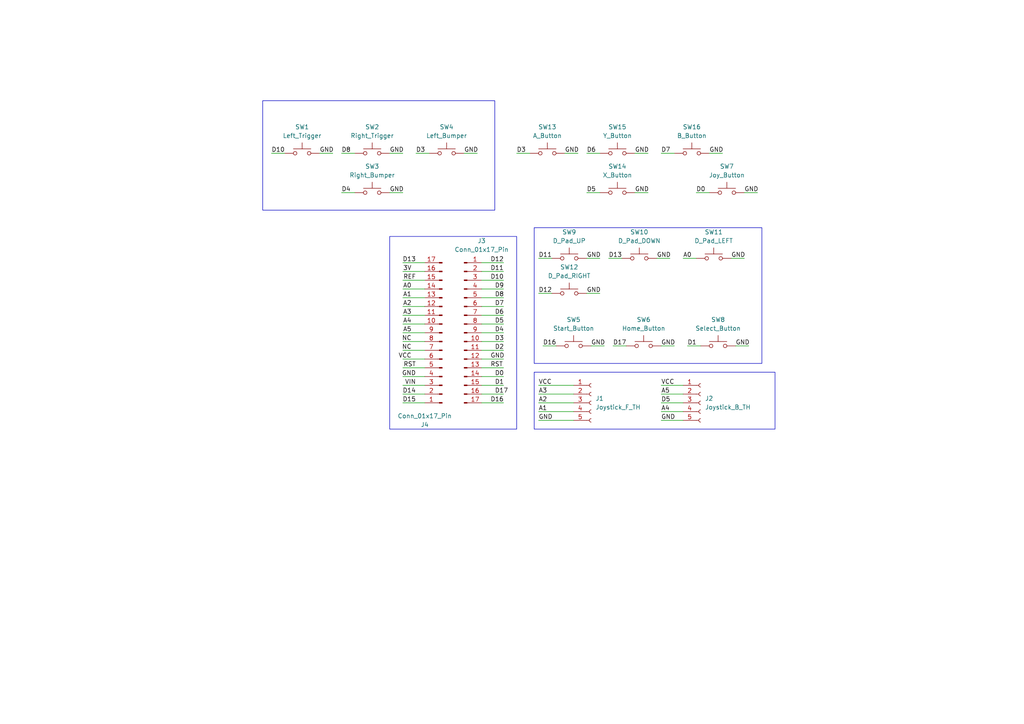
<source format=kicad_sch>
(kicad_sch (version 20231120) (generator "eeschema") (generator_version "8.0")
  (paper "A4")
  (lib_symbols
    (symbol "Connector:Conn_01x05_Socket" (pin_names (offset 1.016) hide)
      (property "Reference" "J" (at 0 7.62 0))
      (property "Value" "Conn_01x05_Socket" (at 0 -7.62 0))
      (symbol "Conn_01x05_Socket_1_1"
        (arc (start 0 -4.572) (mid -0.5058 -5.08) (end 0 -5.588) (stroke (width 0.1524)))
        (arc (start 0 -2.032) (mid -0.5058 -2.54) (end 0 -3.048) (stroke (width 0.1524)))
        (polyline (pts (xy -1.27 -5.08) (xy -0.508 -5.08)) (stroke (width 0.1524)))
        (polyline (pts (xy -1.27 -2.54) (xy -0.508 -2.54)) (stroke (width 0.1524)))
        (polyline (pts (xy -1.27 0) (xy -0.508 0)) (stroke (width 0.1524)))
        (polyline (pts (xy -1.27 2.54) (xy -0.508 2.54)) (stroke (width 0.1524)))
        (polyline (pts (xy -1.27 5.08) (xy -0.508 5.08)) (stroke (width 0.1524)))
        (arc (start 0 0.508) (mid -0.5058 0) (end 0 -0.508) (stroke (width 0.1524)))
        (arc (start 0 3.048) (mid -0.5058 2.54) (end 0 2.032) (stroke (width 0.1524)))
        (arc (start 0 5.588) (mid -0.5058 5.08) (end 0 4.572) (stroke (width 0.1524)))
        (pin passive line (at -5.08 5.08 0) (length 3.81) (name "Pin_1") (number "1"))
        (pin passive line (at -5.08 2.54 0) (length 3.81) (name "Pin_2") (number "2"))
        (pin passive line (at -5.08 0 0) (length 3.81) (name "Pin_3") (number "3"))
        (pin passive line (at -5.08 -2.54 0) (length 3.81) (name "Pin_4") (number "4"))
        (pin passive line (at -5.08 -5.08 0) (length 3.81) (name "Pin_5") (number "5"))
      )
    )
    (symbol "Connector:Conn_01x17_Pin" (pin_names (offset 1.016) hide)
      (property "Reference" "J" (at 0 22.86 0))
      (property "Value" "Conn_01x17_Pin" (at 0 -22.86 0))
      (symbol "Conn_01x17_Pin_1_1"
        (polyline (pts (xy 1.27 -20.32) (xy 0.8636 -20.32)) (stroke (width 0.1524)))
        (polyline (pts (xy 1.27 -17.78) (xy 0.8636 -17.78)) (stroke (width 0.1524)))
        (polyline (pts (xy 1.27 -15.24) (xy 0.8636 -15.24)) (stroke (width 0.1524)))
        (polyline (pts (xy 1.27 -12.7) (xy 0.8636 -12.7)) (stroke (width 0.1524)))
        (polyline (pts (xy 1.27 -10.16) (xy 0.8636 -10.16)) (stroke (width 0.1524)))
        (polyline (pts (xy 1.27 -7.62) (xy 0.8636 -7.62)) (stroke (width 0.1524)))
        (polyline (pts (xy 1.27 -5.08) (xy 0.8636 -5.08)) (stroke (width 0.1524)))
        (polyline (pts (xy 1.27 -2.54) (xy 0.8636 -2.54)) (stroke (width 0.1524)))
        (polyline (pts (xy 1.27 0) (xy 0.8636 0)) (stroke (width 0.1524)))
        (polyline (pts (xy 1.27 2.54) (xy 0.8636 2.54)) (stroke (width 0.1524)))
        (polyline (pts (xy 1.27 5.08) (xy 0.8636 5.08)) (stroke (width 0.1524)))
        (polyline (pts (xy 1.27 7.62) (xy 0.8636 7.62)) (stroke (width 0.1524)))
        (polyline (pts (xy 1.27 10.16) (xy 0.8636 10.16)) (stroke (width 0.1524)))
        (polyline (pts (xy 1.27 12.7) (xy 0.8636 12.7)) (stroke (width 0.1524)))
        (polyline (pts (xy 1.27 15.24) (xy 0.8636 15.24)) (stroke (width 0.1524)))
        (polyline (pts (xy 1.27 17.78) (xy 0.8636 17.78)) (stroke (width 0.1524)))
        (polyline (pts (xy 1.27 20.32) (xy 0.8636 20.32)) (stroke (width 0.1524)))
        (rectangle (start 0.8636 -20.193) (end 0 -20.447) (stroke (width 0.1524)) (fill (type outline)))
        (rectangle (start 0.8636 -17.653) (end 0 -17.907) (stroke (width 0.1524)) (fill (type outline)))
        (rectangle (start 0.8636 -15.113) (end 0 -15.367) (stroke (width 0.1524)) (fill (type outline)))
        (rectangle (start 0.8636 -12.573) (end 0 -12.827) (stroke (width 0.1524)) (fill (type outline)))
        (rectangle (start 0.8636 -10.033) (end 0 -10.287) (stroke (width 0.1524)) (fill (type outline)))
        (rectangle (start 0.8636 -7.493) (end 0 -7.747) (stroke (width 0.1524)) (fill (type outline)))
        (rectangle (start 0.8636 -4.953) (end 0 -5.207) (stroke (width 0.1524)) (fill (type outline)))
        (rectangle (start 0.8636 -2.413) (end 0 -2.667) (stroke (width 0.1524)) (fill (type outline)))
        (rectangle (start 0.8636 0.127) (end 0 -0.127) (stroke (width 0.1524)) (fill (type outline)))
        (rectangle (start 0.8636 2.667) (end 0 2.413) (stroke (width 0.1524)) (fill (type outline)))
        (rectangle (start 0.8636 5.207) (end 0 4.953) (stroke (width 0.1524)) (fill (type outline)))
        (rectangle (start 0.8636 7.747) (end 0 7.493) (stroke (width 0.1524)) (fill (type outline)))
        (rectangle (start 0.8636 10.287) (end 0 10.033) (stroke (width 0.1524)) (fill (type outline)))
        (rectangle (start 0.8636 12.827) (end 0 12.573) (stroke (width 0.1524)) (fill (type outline)))
        (rectangle (start 0.8636 15.367) (end 0 15.113) (stroke (width 0.1524)) (fill (type outline)))
        (rectangle (start 0.8636 17.907) (end 0 17.653) (stroke (width 0.1524)) (fill (type outline)))
        (rectangle (start 0.8636 20.447) (end 0 20.193) (stroke (width 0.1524)) (fill (type outline)))
        (pin passive line (at 5.08 20.32 180) (length 3.81) (name "Pin_1") (number "1"))
        (pin passive line (at 5.08 -2.54 180) (length 3.81) (name "Pin_10") (number "10"))
        (pin passive line (at 5.08 -5.08 180) (length 3.81) (name "Pin_11") (number "11"))
        (pin passive line (at 5.08 -7.62 180) (length 3.81) (name "Pin_12") (number "12"))
        (pin passive line (at 5.08 -10.16 180) (length 3.81) (name "Pin_13") (number "13"))
        (pin passive line (at 5.08 -12.7 180) (length 3.81) (name "Pin_14") (number "14"))
        (pin passive line (at 5.08 -15.24 180) (length 3.81) (name "Pin_15") (number "15"))
        (pin passive line (at 5.08 -17.78 180) (length 3.81) (name "Pin_16") (number "16"))
        (pin passive line (at 5.08 -20.32 180) (length 3.81) (name "Pin_17") (number "17"))
        (pin passive line (at 5.08 17.78 180) (length 3.81) (name "Pin_2") (number "2"))
        (pin passive line (at 5.08 15.24 180) (length 3.81) (name "Pin_3") (number "3"))
        (pin passive line (at 5.08 12.7 180) (length 3.81) (name "Pin_4") (number "4"))
        (pin passive line (at 5.08 10.16 180) (length 3.81) (name "Pin_5") (number "5"))
        (pin passive line (at 5.08 7.62 180) (length 3.81) (name "Pin_6") (number "6"))
        (pin passive line (at 5.08 5.08 180) (length 3.81) (name "Pin_7") (number "7"))
        (pin passive line (at 5.08 2.54 180) (length 3.81) (name "Pin_8") (number "8"))
        (pin passive line (at 5.08 0 180) (length 3.81) (name "Pin_9") (number "9"))
      )
    )
    (symbol "Switch:SW_Push" (pin_numbers hide) (pin_names (offset 1.016) hide)
      (property "Reference" "SW" (at 1.27 2.54 0))
      (property "Value" "SW_Push" (at 0 -1.524 0))
      (symbol "SW_Push_0_1"
        (circle (center -2.032 0) (radius 0.508))
        (polyline (pts (xy 0 1.27) (xy 0 3.048)))
        (polyline (pts (xy 2.54 1.27) (xy -2.54 1.27)))
        (circle (center 2.032 0) (radius 0.508))
        (pin passive line (at -5.08 0 0) (length 2.54) (name "1") (number "1"))
        (pin passive line (at 5.08 0 180) (length 2.54) (name "2") (number "2"))
      )
    )
  )
  (wire (pts (xy 139.7 106.68) (xy 146.05 106.68)))
  (wire (pts (xy 139.7 88.9) (xy 146.05 88.9)))
  (wire (pts (xy 191.77 100.33) (xy 195.58 100.33)))
  (wire (pts (xy 201.93 55.88) (xy 205.74 55.88)))
  (wire (pts (xy 184.15 55.88) (xy 187.96 55.88)))
  (wire (pts (xy 139.7 116.84) (xy 146.05 116.84)))
  (wire (pts (xy 190.5 74.93) (xy 194.31 74.93)))
  (wire (pts (xy 166.37 114.3) (xy 156.21 114.3)))
  (wire (pts (xy 116.84 78.74) (xy 123.19 78.74)))
  (wire (pts (xy 99.06 55.88) (xy 102.87 55.88)))
  (wire (pts (xy 139.7 101.6) (xy 146.05 101.6)))
  (wire (pts (xy 116.84 86.36) (xy 123.19 86.36)))
  (wire (pts (xy 139.7 81.28) (xy 146.05 81.28)))
  (wire (pts (xy 171.45 100.33) (xy 175.26 100.33)))
  (wire (pts (xy 191.77 116.84) (xy 198.12 116.84)))
  (wire (pts (xy 113.03 44.45) (xy 116.84 44.45)))
  (wire (pts (xy 191.77 111.76) (xy 198.12 111.76)))
  (wire (pts (xy 116.84 106.68) (xy 123.19 106.68)))
  (wire (pts (xy 139.7 99.06) (xy 146.05 99.06)))
  (wire (pts (xy 191.77 119.38) (xy 198.12 119.38)))
  (wire (pts (xy 116.84 111.76) (xy 123.19 111.76)))
  (wire (pts (xy 123.19 104.14) (xy 116.84 104.14)))
  (wire (pts (xy 176.53 74.93) (xy 180.34 74.93)))
  (wire (pts (xy 191.77 44.45) (xy 195.58 44.45)))
  (wire (pts (xy 123.19 93.98) (xy 116.84 93.98)))
  (wire (pts (xy 184.15 44.45) (xy 187.96 44.45)))
  (wire (pts (xy 170.18 85.09) (xy 173.99 85.09)))
  (wire (pts (xy 123.19 99.06) (xy 116.84 99.06)))
  (wire (pts (xy 213.36 100.33) (xy 217.17 100.33)))
  (wire (pts (xy 156.21 85.09) (xy 160.02 85.09)))
  (wire (pts (xy 78.74 44.45) (xy 82.55 44.45)))
  (wire (pts (xy 123.19 116.84) (xy 116.84 116.84)))
  (wire (pts (xy 163.83 44.45) (xy 167.64 44.45)))
  (wire (pts (xy 123.19 96.52) (xy 116.84 96.52)))
  (wire (pts (xy 191.77 114.3) (xy 198.12 114.3)))
  (wire (pts (xy 123.19 114.3) (xy 116.84 114.3)))
  (wire (pts (xy 139.7 91.44) (xy 146.05 91.44)))
  (wire (pts (xy 170.18 55.88) (xy 173.99 55.88)))
  (wire (pts (xy 170.18 74.93) (xy 173.99 74.93)))
  (wire (pts (xy 212.09 74.93) (xy 215.9 74.93)))
  (wire (pts (xy 149.86 44.45) (xy 153.67 44.45)))
  (wire (pts (xy 116.84 109.22) (xy 123.19 109.22)))
  (wire (pts (xy 123.19 101.6) (xy 116.84 101.6)))
  (wire (pts (xy 123.19 83.82) (xy 116.84 83.82)))
  (wire (pts (xy 139.7 83.82) (xy 146.05 83.82)))
  (wire (pts (xy 99.06 44.45) (xy 102.87 44.45)))
  (wire (pts (xy 134.62 44.45) (xy 138.43 44.45)))
  (wire (pts (xy 177.8 100.33) (xy 181.61 100.33)))
  (wire (pts (xy 139.7 76.2) (xy 146.05 76.2)))
  (wire (pts (xy 92.71 44.45) (xy 96.52 44.45)))
  (wire (pts (xy 116.84 81.28) (xy 123.19 81.28)))
  (wire (pts (xy 198.12 74.93) (xy 201.93 74.93)))
  (wire (pts (xy 166.37 116.84) (xy 156.21 116.84)))
  (wire (pts (xy 157.48 100.33) (xy 161.29 100.33)))
  (wire (pts (xy 166.37 121.92) (xy 156.21 121.92)))
  (wire (pts (xy 116.84 88.9) (xy 123.19 88.9)))
  (wire (pts (xy 139.7 93.98) (xy 146.05 93.98)))
  (wire (pts (xy 139.7 114.3) (xy 146.05 114.3)))
  (wire (pts (xy 170.18 44.45) (xy 173.99 44.45)))
  (wire (pts (xy 120.65 44.45) (xy 124.46 44.45)))
  (wire (pts (xy 139.7 96.52) (xy 146.05 96.52)))
  (wire (pts (xy 199.39 100.33) (xy 203.2 100.33)))
  (wire (pts (xy 166.37 111.76) (xy 156.21 111.76)))
  (wire (pts (xy 191.77 121.92) (xy 198.12 121.92)))
  (wire (pts (xy 205.74 44.45) (xy 209.55 44.45)))
  (wire (pts (xy 139.7 104.14) (xy 146.05 104.14)))
  (wire (pts (xy 156.21 74.93) (xy 160.02 74.93)))
  (wire (pts (xy 123.19 76.2) (xy 116.84 76.2)))
  (wire (pts (xy 139.7 109.22) (xy 146.05 109.22)))
  (wire (pts (xy 139.7 78.74) (xy 146.05 78.74)))
  (wire (pts (xy 166.37 119.38) (xy 156.21 119.38)))
  (wire (pts (xy 215.9 55.88) (xy 219.71 55.88)))
  (wire (pts (xy 139.7 111.76) (xy 146.05 111.76)))
  (wire (pts (xy 123.19 91.44) (xy 116.84 91.44)))
  (wire (pts (xy 139.7 86.36) (xy 146.05 86.36)))
  (wire (pts (xy 113.03 55.88) (xy 116.84 55.88)))
  (rectangle (start 113.03 68.58) (end 149.86 124.46))
  (rectangle (start 154.94 107.95) (end 224.79 124.46))
  (rectangle (start 76.2 29.21) (end 143.51 60.96))
  (rectangle (start 154.94 66.04) (end 220.98 105.41))
  (label "D1" (at 199.39 100.33 0))
  (label "VCC" (at 119.38 104.14 180))
  (label "D3" (at 149.86 44.45 0))
  (label "GND" (at 215.9 55.88 0))
  (label "D1" (at 143.51 111.76 0))
  (label "D10" (at 142.24 81.28 0))
  (label "GND" (at 184.15 55.88 0))
  (label "D5" (at 191.77 116.84 0))
  (label "GND" (at 163.83 44.45 0))
  (label "A0" (at 198.12 74.93 0))
  (label "VCC" (at 191.77 111.76 0))
  (label "GND" (at 170.18 85.09 0))
  (label "VCC" (at 156.21 111.76 0))
  (label "GND" (at 171.45 100.33 0))
  (label "GND" (at 156.21 121.92 0))
  (label "RST" (at 142.24 106.68 0))
  (label "D6" (at 143.51 91.44 0))
  (label "A4" (at 191.77 119.38 0))
  (label "D0" (at 143.51 109.22 0))
  (label "A5" (at 191.77 114.3 0))
  (label "NC" (at 119.38 101.6 180))
  (label "GND" (at 113.03 55.88 0))
  (label "GND" (at 212.09 74.93 0))
  (label "3V" (at 119.38 78.74 180))
  (label "D11" (at 156.21 74.93 0))
  (label "D14" (at 120.65 114.3 180))
  (label "GND" (at 142.24 104.14 0))
  (label "A0" (at 119.38 83.82 180))
  (label "GND" (at 213.36 100.33 0))
  (label "A1" (at 119.38 86.36 180))
  (label "A5" (at 119.38 96.52 180))
  (label "D2" (at 143.51 101.6 0))
  (label "GND" (at 184.15 44.45 0))
  (label "D3" (at 120.65 44.45 0))
  (label "D5" (at 170.18 55.88 0))
  (label "D3" (at 143.51 99.06 0))
  (label "GND" (at 134.62 44.45 0))
  (label "VIN" (at 120.65 111.76 180))
  (label "D7" (at 143.51 88.9 0))
  (label "GND" (at 205.74 44.45 0))
  (label "D13" (at 120.65 76.2 180))
  (label "GND" (at 190.5 74.93 0))
  (label "REF" (at 120.65 81.28 180))
  (label "GND" (at 120.65 109.22 180))
  (label "A4" (at 119.38 93.98 180))
  (label "D5" (at 143.51 93.98 0))
  (label "GND" (at 191.77 100.33 0))
  (label "A3" (at 119.38 91.44 180))
  (label "RST" (at 120.65 106.68 180))
  (label "D8" (at 143.51 86.36 0))
  (label "D12" (at 156.21 85.09 0))
  (label "D9" (at 143.51 83.82 0))
  (label "D10" (at 78.74 44.45 0))
  (label "D0" (at 201.93 55.88 0))
  (label "D16" (at 142.24 116.84 0))
  (label "D16" (at 157.48 100.33 0))
  (label "D12" (at 142.24 76.2 0))
  (label "A2" (at 156.21 116.84 0))
  (label "D7" (at 191.77 44.45 0))
  (label "A1" (at 156.21 119.38 0))
  (label "D15" (at 120.65 116.84 180))
  (label "A2" (at 119.38 88.9 180))
  (label "GND" (at 191.77 121.92 0))
  (label "GND" (at 170.18 74.93 0))
  (label "D4" (at 99.06 55.88 0))
  (label "GND" (at 113.03 44.45 0))
  (label "D13" (at 176.53 74.93 0))
  (label "D17" (at 143.51 114.3 0))
  (label "D17" (at 177.8 100.33 0))
  (label "D6" (at 170.18 44.45 0))
  (label "D4" (at 143.51 96.52 0))
  (label "D11" (at 142.24 78.74 0))
  (label "NC" (at 119.38 99.06 180))
  (label "A3" (at 156.21 114.3 0))
  (label "GND" (at 92.71 44.45 0))
  (label "D8" (at 99.06 44.45 0))
  (symbol (lib_id "Switch:SW_Push") (at 165.1 85.09 0) (unit 1)
    (property "Reference" "SW12" (at 165.1 77.47 0))
    (property "Value" "D_Pad_RIGHT" (at 165.1 80.01 0))
    (property "Footprint" "Downloads:SW_BUTT-2" (effects (hide yes)))
    (property "Description" "Push button switch, generic, two pins" (effects (hide yes)))
  )
  (symbol (lib_id "Switch:SW_Push") (at 185.42 74.93 0) (unit 1)
    (property "Reference" "SW10" (at 185.42 67.31 0))
    (property "Value" "D_Pad_DOWN" (at 185.42 69.85 0))
    (property "Footprint" "Downloads:SW_BUTT-2" (effects (hide yes)))
    (property "Description" "Push button switch, generic, two pins" (effects (hide yes)))
  )
  (symbol (lib_id "Switch:SW_Push") (at 166.37 100.33 0) (unit 1)
    (property "Reference" "SW5" (at 166.37 92.71 0))
    (property "Value" "Start_Button" (at 166.37 95.25 0))
    (property "Footprint" "Downloads:SW_BUTT-2" (effects (hide yes)))
    (property "Description" "Push button switch, generic, two pins" (effects (hide yes)))
  )
  (symbol (lib_id "Connector:Conn_01x17_Pin") (at 134.62 96.52 0) (unit 1)
    (property "Reference" "J3" (at 139.7 69.85 0))
    (property "Value" "Conn_01x17_Pin" (at 139.7 72.39 0))
    (property "Footprint" "Connector_PinSocket_2.54mm:PinSocket_1x17_P2.54mm_Vertical" (effects (hide yes)))
  )
  (symbol (lib_id "Connector:Conn_01x05_Socket") (at 203.2 116.84 0) (unit 1)
    (property "Reference" "J2" (at 204.47 115.5699 0) (effects (justify left)))
    (property "Value" "Joystick_B_TH" (at 204.47 118.1099 0) (effects (justify left)))
    (property "Footprint" "Connector_PinSocket_2.54mm:PinSocket_1x05_P2.54mm_Vertical" (effects (hide yes)))
  )
  (symbol (lib_id "Switch:SW_Push") (at 208.28 100.33 0) (unit 1)
    (property "Reference" "SW8" (at 208.28 92.71 0))
    (property "Value" "Select_Button" (at 208.28 95.25 0))
    (property "Footprint" "Downloads:SW_BUTT-2" (effects (hide yes)))
    (property "Description" "Push button switch, generic, two pins" (effects (hide yes)))
  )
  (symbol (lib_id "Connector:Conn_01x05_Socket") (at 171.45 116.84 0) (unit 1)
    (property "Reference" "J1" (at 172.72 115.5699 0) (effects (justify left)))
    (property "Value" "Joystick_F_TH" (at 172.72 118.1099 0) (effects (justify left)))
    (property "Footprint" "Connector_PinSocket_2.54mm:PinSocket_1x05_P2.54mm_Vertical" (effects (hide yes)))
  )
  (symbol (lib_id "Switch:SW_Push") (at 87.63 44.45 0) (unit 1)
    (property "Reference" "SW1" (at 87.63 36.83 0))
    (property "Value" "Left_Trigger" (at 87.63 39.37 0))
    (property "Footprint" "Downloads:SW_BUTT-2" (effects (hide yes)))
    (property "Description" "Push button switch, generic, two pins" (effects (hide yes)))
  )
  (symbol (lib_id "Switch:SW_Push") (at 107.95 55.88 0) (unit 1)
    (property "Reference" "SW3" (at 107.95 48.26 0))
    (property "Value" "Right_Bumper" (at 107.95 50.8 0))
    (property "Footprint" "Downloads:SW_BUTT-2" (effects (hide yes)))
    (property "Description" "Push button switch, generic, two pins" (effects (hide yes)))
  )
  (symbol (lib_id "Switch:SW_Push") (at 207.01 74.93 0) (unit 1)
    (property "Reference" "SW11" (at 207.01 67.31 0))
    (property "Value" "D_Pad_LEFT" (at 207.01 69.85 0))
    (property "Footprint" "Downloads:SW_BUTT-2" (effects (hide yes)))
    (property "Description" "Push button switch, generic, two pins" (effects (hide yes)))
  )
  (symbol (lib_id "Switch:SW_Push") (at 158.75 44.45 0) (unit 1)
    (property "Reference" "SW13" (at 158.75 36.83 0))
    (property "Value" "A_Button" (at 158.75 39.37 0))
    (property "Footprint" "Downloads:SW_BUTT-2" (effects (hide yes)))
    (property "Description" "Push button switch, generic, two pins" (effects (hide yes)))
  )
  (symbol (lib_id "Switch:SW_Push") (at 107.95 44.45 0) (unit 1)
    (property "Reference" "SW2" (at 107.95 36.83 0))
    (property "Value" "Right_Trigger" (at 107.95 39.37 0))
    (property "Footprint" "Downloads:SW_BUTT-2" (effects (hide yes)))
    (property "Description" "Push button switch, generic, two pins" (effects (hide yes)))
  )
  (symbol (lib_id "Switch:SW_Push") (at 129.54 44.45 0) (unit 1)
    (property "Reference" "SW4" (at 129.54 36.83 0))
    (property "Value" "Left_Bumper" (at 129.54 39.37 0))
    (property "Footprint" "Downloads:SW_BUTT-2" (effects (hide yes)))
    (property "Description" "Push button switch, generic, two pins" (effects (hide yes)))
  )
  (symbol (lib_id "Connector:Conn_01x17_Pin") (at 128.27 96.52 180) (unit 1)
    (property "Reference" "J4" (at 123.19 123.19 0))
    (property "Value" "Conn_01x17_Pin" (at 123.19 120.65 0))
    (property "Footprint" "Connector_PinSocket_2.54mm:PinSocket_1x17_P2.54mm_Vertical" (effects (hide yes)))
  )
  (symbol (lib_id "Switch:SW_Push") (at 186.69 100.33 0) (unit 1)
    (property "Reference" "SW6" (at 186.69 92.71 0))
    (property "Value" "Home_Button" (at 186.69 95.25 0))
    (property "Footprint" "Downloads:SW_BUTT-2" (effects (hide yes)))
    (property "Description" "Push button switch, generic, two pins" (effects (hide yes)))
  )
  (symbol (lib_id "Switch:SW_Push") (at 179.07 44.45 0) (unit 1)
    (property "Reference" "SW15" (at 179.07 36.83 0))
    (property "Value" "Y_Button" (at 179.07 39.37 0))
    (property "Footprint" "Downloads:SW_BUTT-2" (effects (hide yes)))
    (property "Description" "Push button switch, generic, two pins" (effects (hide yes)))
  )
  (symbol (lib_id "Switch:SW_Push") (at 165.1 74.93 0) (unit 1)
    (property "Reference" "SW9" (at 165.1 67.31 0))
    (property "Value" "D_Pad_UP" (at 165.1 69.85 0))
    (property "Footprint" "Downloads:SW_BUTT-2" (effects (hide yes)))
    (property "Description" "Push button switch, generic, two pins" (effects (hide yes)))
  )
  (symbol (lib_id "Switch:SW_Push") (at 210.82 55.88 0) (unit 1)
    (property "Reference" "SW7" (at 210.82 48.26 0))
    (property "Value" "Joy_Button" (at 210.82 50.8 0))
    (property "Footprint" "Downloads:SW_BUTT-2" (effects (hide yes)))
    (property "Description" "Push button switch, generic, two pins" (effects (hide yes)))
  )
  (symbol (lib_id "Switch:SW_Push") (at 200.66 44.45 0) (unit 1)
    (property "Reference" "SW16" (at 200.66 36.83 0))
    (property "Value" "B_Button" (at 200.66 39.37 0))
    (property "Footprint" "Downloads:SW_BUTT-2" (effects (hide yes)))
    (property "Description" "Push button switch, generic, two pins" (effects (hide yes)))
  )
  (symbol (lib_id "Switch:SW_Push") (at 179.07 55.88 0) (unit 1)
    (property "Reference" "SW14" (at 179.07 48.26 0))
    (property "Value" "X_Button" (at 179.07 50.8 0))
    (property "Footprint" "Downloads:SW_BUTT-2" (effects (hide yes)))
    (property "Description" "Push button switch, generic, two pins" (effects (hide yes)))
  )
)
</source>
